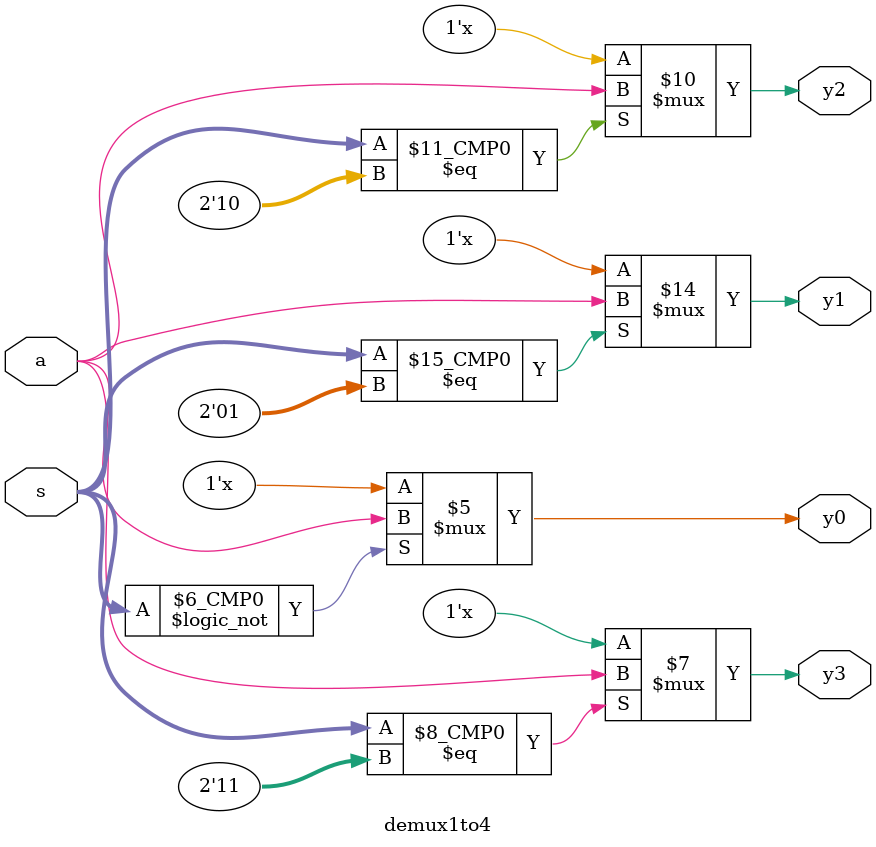
<source format=v>
module demux1to4(
input a,
input [1:0]s,
output reg y0,y1,y2,y3
);
always@(*)begin 
case(s)
2'h0:y0=a;
2'h1:y1=a;
2'h2:y2=a;
2'h3:y3=a;
default:$display("invalid sel input");
endcase
end
endmodule

</source>
